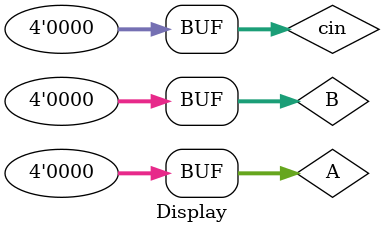
<source format=v>
`timescale 1ns / 1ps


module Display;

	// Inputs
	reg [3:0] A;
	reg [3:0] B;
	reg [3:0] cin;

	// Outputs
	wire [6:0] D;
	wire [6:0] Overflow;

	// Instantiate the Unit Under Test (UUT)
	top uut (
		.A(A), 
		.B(B), 
		.cin(cin), 
		.D(D), 
		.Overflow(Overflow)
	);

	initial begin
		// Initialize Inputs
		A = 0;
		B = 0;
		cin = 0;

		// Wait 100 ns for global reset to finish
		#100;
        
		// Add stimulus here

	end
      
endmodule


</source>
